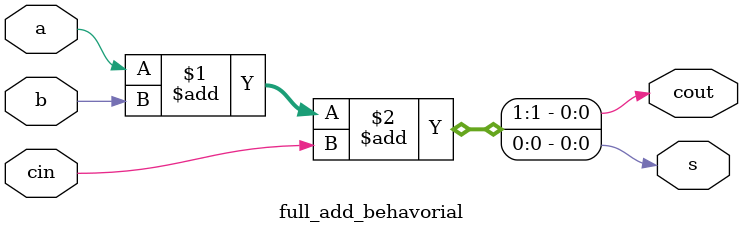
<source format=v>
`timescale 1ns / 1ps


module full_add_behavorial(a,b,cin,s,cout);
input a,b,cin;
output s,cout;

assign {cout,s}=a+b+cin;

endmodule

</source>
